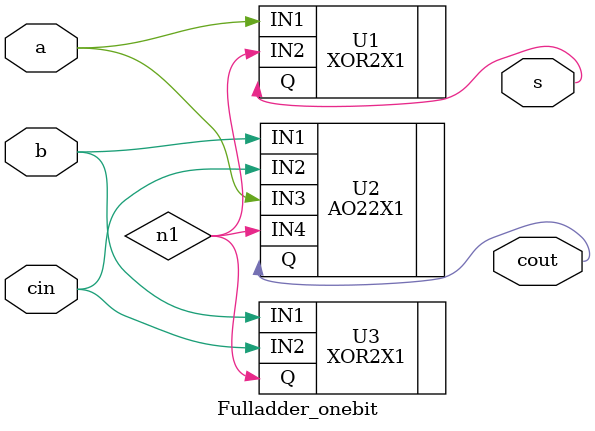
<source format=v>


module Fulladder_onebit ( a, b, cin, s, cout );
  input [0:0] a;
  input [0:0] b;
  input [0:0] cin;
  output [0:0] s;
  output [0:0] cout;
  wire   n1;

  XOR2X1 U1 ( .IN1(a[0]), .IN2(n1), .Q(s[0]) );
  AO22X1 U2 ( .IN1(b[0]), .IN2(cin[0]), .IN3(a[0]), .IN4(n1), .Q(cout[0]) );
  XOR2X1 U3 ( .IN1(b[0]), .IN2(cin[0]), .Q(n1) );
endmodule


</source>
